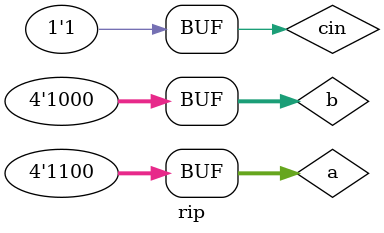
<source format=v>
module full_adder(input a,b,cin, output sum,carry);
  assign sum =a^b^cin;
  assign carry = a&b|b&cin|cin&a;
endmodule

module ripple(input [3:0]a,b,input cin,output[3:0] sum,carry);
    full_adder f1f1(a[0],b[0],cin,sum[0],carry[0]);
    full_adder f2f2(a[1],b[1],carry[0],sum[1],carry[1]);
    full_adder f3f3(a[2],b[2],carry[1],sum[2],carry[2]);
    full_adder f4f4(a[3],b[3],carry[2],sum[3],carry[3]);
 endmodule


module rip;
  reg [3:0] a,b;
  reg cin;
  wire [3:0]sum,carry;
  
  ripple r1(.a(a),.b(b),.cin(cin),.sum(sum),.carry(carry));
  
  initial begin
    $monitor("a=%0b b=%0b cin=%0b sum=%0b carry=%0b ",a,b,cin, sum,carry[3]);
    a=3; b=2;cin=3;
    #1a=5; b=3;cin=8;
     #1a=9; b=1;cin=4;
     #1a=12; b=8;cin=1;
  end
  
 initial begin
    $dumpfile("ripple.vcd");
       $dumpvars(0,rip);
  end
endmodule
    

</source>
